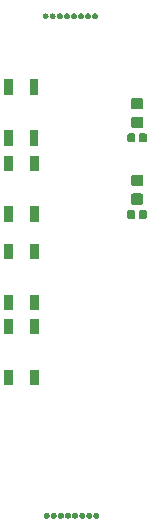
<source format=gbr>
G04 #@! TF.GenerationSoftware,KiCad,Pcbnew,(5.1.4)-1*
G04 #@! TF.CreationDate,2022-11-05T06:08:51+01:00*
G04 #@! TF.ProjectId,REG1-Front-Universal,52454731-2d46-4726-9f6e-742d556e6976,V00.01*
G04 #@! TF.SameCoordinates,Original*
G04 #@! TF.FileFunction,Soldermask,Top*
G04 #@! TF.FilePolarity,Negative*
%FSLAX46Y46*%
G04 Gerber Fmt 4.6, Leading zero omitted, Abs format (unit mm)*
G04 Created by KiCad (PCBNEW (5.1.4)-1) date 2022-11-05 06:08:51*
%MOMM*%
%LPD*%
G04 APERTURE LIST*
%ADD10C,0.100000*%
G04 APERTURE END LIST*
D10*
G36*
X106898967Y-151603823D02*
G01*
X106923214Y-151608646D01*
X106968893Y-151627567D01*
X107010003Y-151655036D01*
X107044964Y-151689997D01*
X107072433Y-151731107D01*
X107091354Y-151776786D01*
X107091354Y-151776787D01*
X107100962Y-151825087D01*
X107103807Y-151834466D01*
X107108428Y-151843111D01*
X107114082Y-151850000D01*
X107108427Y-151856891D01*
X107103807Y-151865535D01*
X107100962Y-151874913D01*
X107091354Y-151923214D01*
X107072433Y-151968893D01*
X107044964Y-152010003D01*
X107010003Y-152044964D01*
X106968893Y-152072433D01*
X106923214Y-152091354D01*
X106898967Y-152096177D01*
X106874722Y-152101000D01*
X106825278Y-152101000D01*
X106801033Y-152096177D01*
X106776786Y-152091354D01*
X106731107Y-152072433D01*
X106689997Y-152044964D01*
X106655036Y-152010003D01*
X106627567Y-151968893D01*
X106608646Y-151923214D01*
X106599038Y-151874913D01*
X106596193Y-151865534D01*
X106591572Y-151856889D01*
X106585918Y-151850000D01*
X106591573Y-151843109D01*
X106596193Y-151834465D01*
X106599038Y-151825087D01*
X106608646Y-151776787D01*
X106608646Y-151776786D01*
X106627567Y-151731107D01*
X106655036Y-151689997D01*
X106689997Y-151655036D01*
X106731107Y-151627567D01*
X106776786Y-151608646D01*
X106801033Y-151603823D01*
X106825278Y-151599000D01*
X106874722Y-151599000D01*
X106898967Y-151603823D01*
X106898967Y-151603823D01*
G37*
G36*
X107498967Y-151603823D02*
G01*
X107523214Y-151608646D01*
X107568893Y-151627567D01*
X107610003Y-151655036D01*
X107644964Y-151689997D01*
X107672433Y-151731107D01*
X107691354Y-151776786D01*
X107691354Y-151776787D01*
X107700962Y-151825087D01*
X107703807Y-151834466D01*
X107708428Y-151843111D01*
X107714082Y-151850000D01*
X107708427Y-151856891D01*
X107703807Y-151865535D01*
X107700962Y-151874913D01*
X107691354Y-151923214D01*
X107672433Y-151968893D01*
X107644964Y-152010003D01*
X107610003Y-152044964D01*
X107568893Y-152072433D01*
X107523214Y-152091354D01*
X107498967Y-152096177D01*
X107474722Y-152101000D01*
X107425278Y-152101000D01*
X107401033Y-152096177D01*
X107376786Y-152091354D01*
X107331107Y-152072433D01*
X107289997Y-152044964D01*
X107255036Y-152010003D01*
X107227567Y-151968893D01*
X107208646Y-151923214D01*
X107199038Y-151874913D01*
X107196193Y-151865534D01*
X107191572Y-151856889D01*
X107185918Y-151850000D01*
X107191573Y-151843109D01*
X107196193Y-151834465D01*
X107199038Y-151825087D01*
X107208646Y-151776787D01*
X107208646Y-151776786D01*
X107227567Y-151731107D01*
X107255036Y-151689997D01*
X107289997Y-151655036D01*
X107331107Y-151627567D01*
X107376786Y-151608646D01*
X107401033Y-151603823D01*
X107425278Y-151599000D01*
X107474722Y-151599000D01*
X107498967Y-151603823D01*
X107498967Y-151603823D01*
G37*
G36*
X105098967Y-151603823D02*
G01*
X105123214Y-151608646D01*
X105168893Y-151627567D01*
X105210003Y-151655036D01*
X105244964Y-151689997D01*
X105272433Y-151731107D01*
X105291354Y-151776786D01*
X105291354Y-151776787D01*
X105300962Y-151825087D01*
X105303807Y-151834466D01*
X105308428Y-151843111D01*
X105314082Y-151850000D01*
X105308427Y-151856891D01*
X105303807Y-151865535D01*
X105300962Y-151874913D01*
X105291354Y-151923214D01*
X105272433Y-151968893D01*
X105244964Y-152010003D01*
X105210003Y-152044964D01*
X105168893Y-152072433D01*
X105123214Y-152091354D01*
X105098967Y-152096177D01*
X105074722Y-152101000D01*
X105025278Y-152101000D01*
X105001033Y-152096177D01*
X104976786Y-152091354D01*
X104931107Y-152072433D01*
X104889997Y-152044964D01*
X104855036Y-152010003D01*
X104827567Y-151968893D01*
X104808646Y-151923214D01*
X104799038Y-151874913D01*
X104796193Y-151865534D01*
X104791572Y-151856889D01*
X104785918Y-151850000D01*
X104791573Y-151843109D01*
X104796193Y-151834465D01*
X104799038Y-151825087D01*
X104808646Y-151776787D01*
X104808646Y-151776786D01*
X104827567Y-151731107D01*
X104855036Y-151689997D01*
X104889997Y-151655036D01*
X104931107Y-151627567D01*
X104976786Y-151608646D01*
X105001033Y-151603823D01*
X105025278Y-151599000D01*
X105074722Y-151599000D01*
X105098967Y-151603823D01*
X105098967Y-151603823D01*
G37*
G36*
X105698967Y-151603823D02*
G01*
X105723214Y-151608646D01*
X105768893Y-151627567D01*
X105810003Y-151655036D01*
X105844964Y-151689997D01*
X105872433Y-151731107D01*
X105891354Y-151776786D01*
X105891354Y-151776787D01*
X105900962Y-151825087D01*
X105903807Y-151834466D01*
X105908428Y-151843111D01*
X105914082Y-151850000D01*
X105908427Y-151856891D01*
X105903807Y-151865535D01*
X105900962Y-151874913D01*
X105891354Y-151923214D01*
X105872433Y-151968893D01*
X105844964Y-152010003D01*
X105810003Y-152044964D01*
X105768893Y-152072433D01*
X105723214Y-152091354D01*
X105698967Y-152096177D01*
X105674722Y-152101000D01*
X105625278Y-152101000D01*
X105601033Y-152096177D01*
X105576786Y-152091354D01*
X105531107Y-152072433D01*
X105489997Y-152044964D01*
X105455036Y-152010003D01*
X105427567Y-151968893D01*
X105408646Y-151923214D01*
X105399038Y-151874913D01*
X105396193Y-151865534D01*
X105391572Y-151856889D01*
X105385918Y-151850000D01*
X105391573Y-151843109D01*
X105396193Y-151834465D01*
X105399038Y-151825087D01*
X105408646Y-151776787D01*
X105408646Y-151776786D01*
X105427567Y-151731107D01*
X105455036Y-151689997D01*
X105489997Y-151655036D01*
X105531107Y-151627567D01*
X105576786Y-151608646D01*
X105601033Y-151603823D01*
X105625278Y-151599000D01*
X105674722Y-151599000D01*
X105698967Y-151603823D01*
X105698967Y-151603823D01*
G37*
G36*
X104498967Y-151603823D02*
G01*
X104523214Y-151608646D01*
X104568893Y-151627567D01*
X104610003Y-151655036D01*
X104644964Y-151689997D01*
X104672433Y-151731107D01*
X104691354Y-151776786D01*
X104691354Y-151776787D01*
X104700962Y-151825087D01*
X104703807Y-151834466D01*
X104708428Y-151843111D01*
X104714082Y-151850000D01*
X104708427Y-151856891D01*
X104703807Y-151865535D01*
X104700962Y-151874913D01*
X104691354Y-151923214D01*
X104672433Y-151968893D01*
X104644964Y-152010003D01*
X104610003Y-152044964D01*
X104568893Y-152072433D01*
X104523214Y-152091354D01*
X104498967Y-152096177D01*
X104474722Y-152101000D01*
X104425278Y-152101000D01*
X104401033Y-152096177D01*
X104376786Y-152091354D01*
X104331107Y-152072433D01*
X104289997Y-152044964D01*
X104255036Y-152010003D01*
X104227567Y-151968893D01*
X104208646Y-151923214D01*
X104199038Y-151874913D01*
X104196193Y-151865534D01*
X104191572Y-151856889D01*
X104185918Y-151850000D01*
X104191573Y-151843109D01*
X104196193Y-151834465D01*
X104199038Y-151825087D01*
X104208646Y-151776787D01*
X104208646Y-151776786D01*
X104227567Y-151731107D01*
X104255036Y-151689997D01*
X104289997Y-151655036D01*
X104331107Y-151627567D01*
X104376786Y-151608646D01*
X104401033Y-151603823D01*
X104425278Y-151599000D01*
X104474722Y-151599000D01*
X104498967Y-151603823D01*
X104498967Y-151603823D01*
G37*
G36*
X103898967Y-151603823D02*
G01*
X103923214Y-151608646D01*
X103968893Y-151627567D01*
X104010003Y-151655036D01*
X104044964Y-151689997D01*
X104072433Y-151731107D01*
X104091354Y-151776786D01*
X104091354Y-151776787D01*
X104100962Y-151825087D01*
X104103807Y-151834466D01*
X104108428Y-151843111D01*
X104114082Y-151850000D01*
X104108427Y-151856891D01*
X104103807Y-151865535D01*
X104100962Y-151874913D01*
X104091354Y-151923214D01*
X104072433Y-151968893D01*
X104044964Y-152010003D01*
X104010003Y-152044964D01*
X103968893Y-152072433D01*
X103923214Y-152091354D01*
X103898967Y-152096177D01*
X103874722Y-152101000D01*
X103825278Y-152101000D01*
X103801033Y-152096177D01*
X103776786Y-152091354D01*
X103731107Y-152072433D01*
X103689997Y-152044964D01*
X103655036Y-152010003D01*
X103627567Y-151968893D01*
X103608646Y-151923214D01*
X103599000Y-151874721D01*
X103599000Y-151825279D01*
X103608646Y-151776786D01*
X103627567Y-151731107D01*
X103655036Y-151689997D01*
X103689997Y-151655036D01*
X103731107Y-151627567D01*
X103776786Y-151608646D01*
X103801033Y-151603823D01*
X103825278Y-151599000D01*
X103874722Y-151599000D01*
X103898967Y-151603823D01*
X103898967Y-151603823D01*
G37*
G36*
X106298967Y-151603823D02*
G01*
X106323214Y-151608646D01*
X106368893Y-151627567D01*
X106410003Y-151655036D01*
X106444964Y-151689997D01*
X106472433Y-151731107D01*
X106491354Y-151776786D01*
X106491354Y-151776787D01*
X106500962Y-151825087D01*
X106503807Y-151834466D01*
X106508428Y-151843111D01*
X106514082Y-151850000D01*
X106508427Y-151856891D01*
X106503807Y-151865535D01*
X106500962Y-151874913D01*
X106491354Y-151923214D01*
X106472433Y-151968893D01*
X106444964Y-152010003D01*
X106410003Y-152044964D01*
X106368893Y-152072433D01*
X106323214Y-152091354D01*
X106298967Y-152096177D01*
X106274722Y-152101000D01*
X106225278Y-152101000D01*
X106201033Y-152096177D01*
X106176786Y-152091354D01*
X106131107Y-152072433D01*
X106089997Y-152044964D01*
X106055036Y-152010003D01*
X106027567Y-151968893D01*
X106008646Y-151923214D01*
X105999038Y-151874913D01*
X105996193Y-151865534D01*
X105991572Y-151856889D01*
X105985918Y-151850000D01*
X105991573Y-151843109D01*
X105996193Y-151834465D01*
X105999038Y-151825087D01*
X106008646Y-151776787D01*
X106008646Y-151776786D01*
X106027567Y-151731107D01*
X106055036Y-151689997D01*
X106089997Y-151655036D01*
X106131107Y-151627567D01*
X106176786Y-151608646D01*
X106201033Y-151603823D01*
X106225278Y-151599000D01*
X106274722Y-151599000D01*
X106298967Y-151603823D01*
X106298967Y-151603823D01*
G37*
G36*
X108098967Y-151603823D02*
G01*
X108123214Y-151608646D01*
X108168893Y-151627567D01*
X108210003Y-151655036D01*
X108244964Y-151689997D01*
X108272433Y-151731107D01*
X108291354Y-151776786D01*
X108301000Y-151825279D01*
X108301000Y-151874721D01*
X108291354Y-151923214D01*
X108272433Y-151968893D01*
X108244964Y-152010003D01*
X108210003Y-152044964D01*
X108168893Y-152072433D01*
X108123214Y-152091354D01*
X108098967Y-152096177D01*
X108074722Y-152101000D01*
X108025278Y-152101000D01*
X108001033Y-152096177D01*
X107976786Y-152091354D01*
X107931107Y-152072433D01*
X107889997Y-152044964D01*
X107855036Y-152010003D01*
X107827567Y-151968893D01*
X107808646Y-151923214D01*
X107799038Y-151874913D01*
X107796193Y-151865534D01*
X107791572Y-151856889D01*
X107785918Y-151850000D01*
X107791573Y-151843109D01*
X107796193Y-151834465D01*
X107799038Y-151825087D01*
X107808646Y-151776787D01*
X107808646Y-151776786D01*
X107827567Y-151731107D01*
X107855036Y-151689997D01*
X107889997Y-151655036D01*
X107931107Y-151627567D01*
X107976786Y-151608646D01*
X108001033Y-151603823D01*
X108025278Y-151599000D01*
X108074722Y-151599000D01*
X108098967Y-151603823D01*
X108098967Y-151603823D01*
G37*
G36*
X101026000Y-140776000D02*
G01*
X100274000Y-140776000D01*
X100274000Y-139474000D01*
X101026000Y-139474000D01*
X101026000Y-140776000D01*
X101026000Y-140776000D01*
G37*
G36*
X103176000Y-140776000D02*
G01*
X102424000Y-140776000D01*
X102424000Y-139474000D01*
X103176000Y-139474000D01*
X103176000Y-140776000D01*
X103176000Y-140776000D01*
G37*
G36*
X103176000Y-136476000D02*
G01*
X102424000Y-136476000D01*
X102424000Y-135174000D01*
X103176000Y-135174000D01*
X103176000Y-136476000D01*
X103176000Y-136476000D01*
G37*
G36*
X101026000Y-136476000D02*
G01*
X100274000Y-136476000D01*
X100274000Y-135174000D01*
X101026000Y-135174000D01*
X101026000Y-136476000D01*
X101026000Y-136476000D01*
G37*
G36*
X101021000Y-134431000D02*
G01*
X100269000Y-134431000D01*
X100269000Y-133129000D01*
X101021000Y-133129000D01*
X101021000Y-134431000D01*
X101021000Y-134431000D01*
G37*
G36*
X103171000Y-134431000D02*
G01*
X102419000Y-134431000D01*
X102419000Y-133129000D01*
X103171000Y-133129000D01*
X103171000Y-134431000D01*
X103171000Y-134431000D01*
G37*
G36*
X103171000Y-130131000D02*
G01*
X102419000Y-130131000D01*
X102419000Y-128829000D01*
X103171000Y-128829000D01*
X103171000Y-130131000D01*
X103171000Y-130131000D01*
G37*
G36*
X101021000Y-130131000D02*
G01*
X100269000Y-130131000D01*
X100269000Y-128829000D01*
X101021000Y-128829000D01*
X101021000Y-130131000D01*
X101021000Y-130131000D01*
G37*
G36*
X103161000Y-126961000D02*
G01*
X102409000Y-126961000D01*
X102409000Y-125659000D01*
X103161000Y-125659000D01*
X103161000Y-126961000D01*
X103161000Y-126961000D01*
G37*
G36*
X101011000Y-126961000D02*
G01*
X100259000Y-126961000D01*
X100259000Y-125659000D01*
X101011000Y-125659000D01*
X101011000Y-126961000D01*
X101011000Y-126961000D01*
G37*
G36*
X112211824Y-125982080D02*
G01*
X112239545Y-125990490D01*
X112265089Y-126004144D01*
X112287480Y-126022520D01*
X112305856Y-126044911D01*
X112319510Y-126070455D01*
X112327920Y-126098176D01*
X112331000Y-126129453D01*
X112331000Y-126570547D01*
X112327920Y-126601824D01*
X112319510Y-126629545D01*
X112305856Y-126655089D01*
X112287480Y-126677480D01*
X112265089Y-126695856D01*
X112239545Y-126709510D01*
X112211824Y-126717920D01*
X112180547Y-126721000D01*
X111789453Y-126721000D01*
X111758176Y-126717920D01*
X111730455Y-126709510D01*
X111704911Y-126695856D01*
X111682520Y-126677480D01*
X111664144Y-126655089D01*
X111650490Y-126629545D01*
X111642080Y-126601824D01*
X111639000Y-126570547D01*
X111639000Y-126129453D01*
X111642080Y-126098176D01*
X111650490Y-126070455D01*
X111664144Y-126044911D01*
X111682520Y-126022520D01*
X111704911Y-126004144D01*
X111730455Y-125990490D01*
X111758176Y-125982080D01*
X111789453Y-125979000D01*
X112180547Y-125979000D01*
X112211824Y-125982080D01*
X112211824Y-125982080D01*
G37*
G36*
X111241824Y-125982080D02*
G01*
X111269545Y-125990490D01*
X111295089Y-126004144D01*
X111317480Y-126022520D01*
X111335856Y-126044911D01*
X111349510Y-126070455D01*
X111357920Y-126098176D01*
X111361000Y-126129453D01*
X111361000Y-126570547D01*
X111357920Y-126601824D01*
X111349510Y-126629545D01*
X111335856Y-126655089D01*
X111317480Y-126677480D01*
X111295089Y-126695856D01*
X111269545Y-126709510D01*
X111241824Y-126717920D01*
X111210547Y-126721000D01*
X110819453Y-126721000D01*
X110788176Y-126717920D01*
X110760455Y-126709510D01*
X110734911Y-126695856D01*
X110712520Y-126677480D01*
X110694144Y-126655089D01*
X110680490Y-126629545D01*
X110672080Y-126601824D01*
X110669000Y-126570547D01*
X110669000Y-126129453D01*
X110672080Y-126098176D01*
X110680490Y-126070455D01*
X110694144Y-126044911D01*
X110712520Y-126022520D01*
X110734911Y-126004144D01*
X110760455Y-125990490D01*
X110788176Y-125982080D01*
X110819453Y-125979000D01*
X111210547Y-125979000D01*
X111241824Y-125982080D01*
X111241824Y-125982080D01*
G37*
G36*
X111849477Y-124553450D02*
G01*
X111890559Y-124565912D01*
X111928424Y-124586152D01*
X111961612Y-124613388D01*
X111988848Y-124646576D01*
X112009088Y-124684441D01*
X112021550Y-124725523D01*
X112026000Y-124770704D01*
X112026000Y-125304296D01*
X112021550Y-125349477D01*
X112009088Y-125390559D01*
X111988848Y-125428424D01*
X111961612Y-125461612D01*
X111928424Y-125488848D01*
X111890559Y-125509088D01*
X111849477Y-125521550D01*
X111804296Y-125526000D01*
X111195704Y-125526000D01*
X111150523Y-125521550D01*
X111109441Y-125509088D01*
X111071576Y-125488848D01*
X111038388Y-125461612D01*
X111011152Y-125428424D01*
X110990912Y-125390559D01*
X110978450Y-125349477D01*
X110974000Y-125304296D01*
X110974000Y-124770704D01*
X110978450Y-124725523D01*
X110990912Y-124684441D01*
X111011152Y-124646576D01*
X111038388Y-124613388D01*
X111071576Y-124586152D01*
X111109441Y-124565912D01*
X111150523Y-124553450D01*
X111195704Y-124549000D01*
X111804296Y-124549000D01*
X111849477Y-124553450D01*
X111849477Y-124553450D01*
G37*
G36*
X111849477Y-122978450D02*
G01*
X111890559Y-122990912D01*
X111928424Y-123011152D01*
X111961612Y-123038388D01*
X111988848Y-123071576D01*
X112009088Y-123109441D01*
X112021550Y-123150523D01*
X112026000Y-123195704D01*
X112026000Y-123729296D01*
X112021550Y-123774477D01*
X112009088Y-123815559D01*
X111988848Y-123853424D01*
X111961612Y-123886612D01*
X111928424Y-123913848D01*
X111890559Y-123934088D01*
X111849477Y-123946550D01*
X111804296Y-123951000D01*
X111195704Y-123951000D01*
X111150523Y-123946550D01*
X111109441Y-123934088D01*
X111071576Y-123913848D01*
X111038388Y-123886612D01*
X111011152Y-123853424D01*
X110990912Y-123815559D01*
X110978450Y-123774477D01*
X110974000Y-123729296D01*
X110974000Y-123195704D01*
X110978450Y-123150523D01*
X110990912Y-123109441D01*
X111011152Y-123071576D01*
X111038388Y-123038388D01*
X111071576Y-123011152D01*
X111109441Y-122990912D01*
X111150523Y-122978450D01*
X111195704Y-122974000D01*
X111804296Y-122974000D01*
X111849477Y-122978450D01*
X111849477Y-122978450D01*
G37*
G36*
X103161000Y-122661000D02*
G01*
X102409000Y-122661000D01*
X102409000Y-121359000D01*
X103161000Y-121359000D01*
X103161000Y-122661000D01*
X103161000Y-122661000D01*
G37*
G36*
X101011000Y-122661000D02*
G01*
X100259000Y-122661000D01*
X100259000Y-121359000D01*
X101011000Y-121359000D01*
X101011000Y-122661000D01*
X101011000Y-122661000D01*
G37*
G36*
X101001000Y-120501000D02*
G01*
X100249000Y-120501000D01*
X100249000Y-119199000D01*
X101001000Y-119199000D01*
X101001000Y-120501000D01*
X101001000Y-120501000D01*
G37*
G36*
X103151000Y-120501000D02*
G01*
X102399000Y-120501000D01*
X102399000Y-119199000D01*
X103151000Y-119199000D01*
X103151000Y-120501000D01*
X103151000Y-120501000D01*
G37*
G36*
X112211824Y-119482080D02*
G01*
X112239545Y-119490490D01*
X112265089Y-119504144D01*
X112287480Y-119522520D01*
X112305856Y-119544911D01*
X112319510Y-119570455D01*
X112327920Y-119598176D01*
X112331000Y-119629453D01*
X112331000Y-120070547D01*
X112327920Y-120101824D01*
X112319510Y-120129545D01*
X112305856Y-120155089D01*
X112287480Y-120177480D01*
X112265089Y-120195856D01*
X112239545Y-120209510D01*
X112211824Y-120217920D01*
X112180547Y-120221000D01*
X111789453Y-120221000D01*
X111758176Y-120217920D01*
X111730455Y-120209510D01*
X111704911Y-120195856D01*
X111682520Y-120177480D01*
X111664144Y-120155089D01*
X111650490Y-120129545D01*
X111642080Y-120101824D01*
X111639000Y-120070547D01*
X111639000Y-119629453D01*
X111642080Y-119598176D01*
X111650490Y-119570455D01*
X111664144Y-119544911D01*
X111682520Y-119522520D01*
X111704911Y-119504144D01*
X111730455Y-119490490D01*
X111758176Y-119482080D01*
X111789453Y-119479000D01*
X112180547Y-119479000D01*
X112211824Y-119482080D01*
X112211824Y-119482080D01*
G37*
G36*
X111241824Y-119482080D02*
G01*
X111269545Y-119490490D01*
X111295089Y-119504144D01*
X111317480Y-119522520D01*
X111335856Y-119544911D01*
X111349510Y-119570455D01*
X111357920Y-119598176D01*
X111361000Y-119629453D01*
X111361000Y-120070547D01*
X111357920Y-120101824D01*
X111349510Y-120129545D01*
X111335856Y-120155089D01*
X111317480Y-120177480D01*
X111295089Y-120195856D01*
X111269545Y-120209510D01*
X111241824Y-120217920D01*
X111210547Y-120221000D01*
X110819453Y-120221000D01*
X110788176Y-120217920D01*
X110760455Y-120209510D01*
X110734911Y-120195856D01*
X110712520Y-120177480D01*
X110694144Y-120155089D01*
X110680490Y-120129545D01*
X110672080Y-120101824D01*
X110669000Y-120070547D01*
X110669000Y-119629453D01*
X110672080Y-119598176D01*
X110680490Y-119570455D01*
X110694144Y-119544911D01*
X110712520Y-119522520D01*
X110734911Y-119504144D01*
X110760455Y-119490490D01*
X110788176Y-119482080D01*
X110819453Y-119479000D01*
X111210547Y-119479000D01*
X111241824Y-119482080D01*
X111241824Y-119482080D01*
G37*
G36*
X111849477Y-118053450D02*
G01*
X111890559Y-118065912D01*
X111928424Y-118086152D01*
X111961612Y-118113388D01*
X111988848Y-118146576D01*
X112009088Y-118184441D01*
X112021550Y-118225523D01*
X112026000Y-118270704D01*
X112026000Y-118804296D01*
X112021550Y-118849477D01*
X112009088Y-118890559D01*
X111988848Y-118928424D01*
X111961612Y-118961612D01*
X111928424Y-118988848D01*
X111890559Y-119009088D01*
X111849477Y-119021550D01*
X111804296Y-119026000D01*
X111195704Y-119026000D01*
X111150523Y-119021550D01*
X111109441Y-119009088D01*
X111071576Y-118988848D01*
X111038388Y-118961612D01*
X111011152Y-118928424D01*
X110990912Y-118890559D01*
X110978450Y-118849477D01*
X110974000Y-118804296D01*
X110974000Y-118270704D01*
X110978450Y-118225523D01*
X110990912Y-118184441D01*
X111011152Y-118146576D01*
X111038388Y-118113388D01*
X111071576Y-118086152D01*
X111109441Y-118065912D01*
X111150523Y-118053450D01*
X111195704Y-118049000D01*
X111804296Y-118049000D01*
X111849477Y-118053450D01*
X111849477Y-118053450D01*
G37*
G36*
X111849477Y-116478450D02*
G01*
X111890559Y-116490912D01*
X111928424Y-116511152D01*
X111961612Y-116538388D01*
X111988848Y-116571576D01*
X112009088Y-116609441D01*
X112021550Y-116650523D01*
X112026000Y-116695704D01*
X112026000Y-117229296D01*
X112021550Y-117274477D01*
X112009088Y-117315559D01*
X111988848Y-117353424D01*
X111961612Y-117386612D01*
X111928424Y-117413848D01*
X111890559Y-117434088D01*
X111849477Y-117446550D01*
X111804296Y-117451000D01*
X111195704Y-117451000D01*
X111150523Y-117446550D01*
X111109441Y-117434088D01*
X111071576Y-117413848D01*
X111038388Y-117386612D01*
X111011152Y-117353424D01*
X110990912Y-117315559D01*
X110978450Y-117274477D01*
X110974000Y-117229296D01*
X110974000Y-116695704D01*
X110978450Y-116650523D01*
X110990912Y-116609441D01*
X111011152Y-116571576D01*
X111038388Y-116538388D01*
X111071576Y-116511152D01*
X111109441Y-116490912D01*
X111150523Y-116478450D01*
X111195704Y-116474000D01*
X111804296Y-116474000D01*
X111849477Y-116478450D01*
X111849477Y-116478450D01*
G37*
G36*
X103151000Y-116201000D02*
G01*
X102399000Y-116201000D01*
X102399000Y-114899000D01*
X103151000Y-114899000D01*
X103151000Y-116201000D01*
X103151000Y-116201000D01*
G37*
G36*
X101001000Y-116201000D02*
G01*
X100249000Y-116201000D01*
X100249000Y-114899000D01*
X101001000Y-114899000D01*
X101001000Y-116201000D01*
X101001000Y-116201000D01*
G37*
G36*
X106223214Y-109308646D02*
G01*
X106268893Y-109327567D01*
X106310003Y-109355036D01*
X106344964Y-109389997D01*
X106372433Y-109431107D01*
X106391354Y-109476786D01*
X106391354Y-109476787D01*
X106400962Y-109525087D01*
X106403807Y-109534466D01*
X106408428Y-109543111D01*
X106414082Y-109550000D01*
X106408427Y-109556891D01*
X106403807Y-109565535D01*
X106400962Y-109574913D01*
X106391354Y-109623214D01*
X106372433Y-109668893D01*
X106344964Y-109710003D01*
X106310003Y-109744964D01*
X106268893Y-109772433D01*
X106223214Y-109791354D01*
X106198967Y-109796177D01*
X106174722Y-109801000D01*
X106125278Y-109801000D01*
X106101033Y-109796177D01*
X106076786Y-109791354D01*
X106031107Y-109772433D01*
X105989997Y-109744964D01*
X105955036Y-109710003D01*
X105927567Y-109668893D01*
X105908646Y-109623214D01*
X105899038Y-109574913D01*
X105896193Y-109565534D01*
X105891572Y-109556889D01*
X105885918Y-109550000D01*
X105891573Y-109543109D01*
X105896193Y-109534465D01*
X105899038Y-109525087D01*
X105908646Y-109476787D01*
X105908646Y-109476786D01*
X105927567Y-109431107D01*
X105955036Y-109389997D01*
X105989997Y-109355036D01*
X106031107Y-109327567D01*
X106076786Y-109308646D01*
X106125278Y-109299000D01*
X106174722Y-109299000D01*
X106223214Y-109308646D01*
X106223214Y-109308646D01*
G37*
G36*
X108023214Y-109308646D02*
G01*
X108068893Y-109327567D01*
X108110003Y-109355036D01*
X108144964Y-109389997D01*
X108172433Y-109431107D01*
X108191354Y-109476786D01*
X108201000Y-109525279D01*
X108201000Y-109574721D01*
X108191354Y-109623214D01*
X108172433Y-109668893D01*
X108144964Y-109710003D01*
X108110003Y-109744964D01*
X108068893Y-109772433D01*
X108023214Y-109791354D01*
X107998967Y-109796177D01*
X107974722Y-109801000D01*
X107925278Y-109801000D01*
X107901033Y-109796177D01*
X107876786Y-109791354D01*
X107831107Y-109772433D01*
X107789997Y-109744964D01*
X107755036Y-109710003D01*
X107727567Y-109668893D01*
X107708646Y-109623214D01*
X107699038Y-109574913D01*
X107696193Y-109565534D01*
X107691572Y-109556889D01*
X107685918Y-109550000D01*
X107691573Y-109543109D01*
X107696193Y-109534465D01*
X107699038Y-109525087D01*
X107708646Y-109476787D01*
X107708646Y-109476786D01*
X107727567Y-109431107D01*
X107755036Y-109389997D01*
X107789997Y-109355036D01*
X107831107Y-109327567D01*
X107876786Y-109308646D01*
X107925278Y-109299000D01*
X107974722Y-109299000D01*
X108023214Y-109308646D01*
X108023214Y-109308646D01*
G37*
G36*
X107423214Y-109308646D02*
G01*
X107468893Y-109327567D01*
X107510003Y-109355036D01*
X107544964Y-109389997D01*
X107572433Y-109431107D01*
X107591354Y-109476786D01*
X107591354Y-109476787D01*
X107600962Y-109525087D01*
X107603807Y-109534466D01*
X107608428Y-109543111D01*
X107614082Y-109550000D01*
X107608427Y-109556891D01*
X107603807Y-109565535D01*
X107600962Y-109574913D01*
X107591354Y-109623214D01*
X107572433Y-109668893D01*
X107544964Y-109710003D01*
X107510003Y-109744964D01*
X107468893Y-109772433D01*
X107423214Y-109791354D01*
X107398967Y-109796177D01*
X107374722Y-109801000D01*
X107325278Y-109801000D01*
X107301033Y-109796177D01*
X107276786Y-109791354D01*
X107231107Y-109772433D01*
X107189997Y-109744964D01*
X107155036Y-109710003D01*
X107127567Y-109668893D01*
X107108646Y-109623214D01*
X107099038Y-109574913D01*
X107096193Y-109565534D01*
X107091572Y-109556889D01*
X107085918Y-109550000D01*
X107091573Y-109543109D01*
X107096193Y-109534465D01*
X107099038Y-109525087D01*
X107108646Y-109476787D01*
X107108646Y-109476786D01*
X107127567Y-109431107D01*
X107155036Y-109389997D01*
X107189997Y-109355036D01*
X107231107Y-109327567D01*
X107276786Y-109308646D01*
X107325278Y-109299000D01*
X107374722Y-109299000D01*
X107423214Y-109308646D01*
X107423214Y-109308646D01*
G37*
G36*
X106823214Y-109308646D02*
G01*
X106868893Y-109327567D01*
X106910003Y-109355036D01*
X106944964Y-109389997D01*
X106972433Y-109431107D01*
X106991354Y-109476786D01*
X106991354Y-109476787D01*
X107000962Y-109525087D01*
X107003807Y-109534466D01*
X107008428Y-109543111D01*
X107014082Y-109550000D01*
X107008427Y-109556891D01*
X107003807Y-109565535D01*
X107000962Y-109574913D01*
X106991354Y-109623214D01*
X106972433Y-109668893D01*
X106944964Y-109710003D01*
X106910003Y-109744964D01*
X106868893Y-109772433D01*
X106823214Y-109791354D01*
X106798967Y-109796177D01*
X106774722Y-109801000D01*
X106725278Y-109801000D01*
X106701033Y-109796177D01*
X106676786Y-109791354D01*
X106631107Y-109772433D01*
X106589997Y-109744964D01*
X106555036Y-109710003D01*
X106527567Y-109668893D01*
X106508646Y-109623214D01*
X106499038Y-109574913D01*
X106496193Y-109565534D01*
X106491572Y-109556889D01*
X106485918Y-109550000D01*
X106491573Y-109543109D01*
X106496193Y-109534465D01*
X106499038Y-109525087D01*
X106508646Y-109476787D01*
X106508646Y-109476786D01*
X106527567Y-109431107D01*
X106555036Y-109389997D01*
X106589997Y-109355036D01*
X106631107Y-109327567D01*
X106676786Y-109308646D01*
X106725278Y-109299000D01*
X106774722Y-109299000D01*
X106823214Y-109308646D01*
X106823214Y-109308646D01*
G37*
G36*
X105623214Y-109308646D02*
G01*
X105668893Y-109327567D01*
X105710003Y-109355036D01*
X105744964Y-109389997D01*
X105772433Y-109431107D01*
X105791354Y-109476786D01*
X105791354Y-109476787D01*
X105800962Y-109525087D01*
X105803807Y-109534466D01*
X105808428Y-109543111D01*
X105814082Y-109550000D01*
X105808427Y-109556891D01*
X105803807Y-109565535D01*
X105800962Y-109574913D01*
X105791354Y-109623214D01*
X105772433Y-109668893D01*
X105744964Y-109710003D01*
X105710003Y-109744964D01*
X105668893Y-109772433D01*
X105623214Y-109791354D01*
X105598967Y-109796177D01*
X105574722Y-109801000D01*
X105525278Y-109801000D01*
X105501033Y-109796177D01*
X105476786Y-109791354D01*
X105431107Y-109772433D01*
X105389997Y-109744964D01*
X105355036Y-109710003D01*
X105327567Y-109668893D01*
X105308646Y-109623214D01*
X105299038Y-109574913D01*
X105296193Y-109565534D01*
X105291572Y-109556889D01*
X105285918Y-109550000D01*
X105291573Y-109543109D01*
X105296193Y-109534465D01*
X105299038Y-109525087D01*
X105308646Y-109476787D01*
X105308646Y-109476786D01*
X105327567Y-109431107D01*
X105355036Y-109389997D01*
X105389997Y-109355036D01*
X105431107Y-109327567D01*
X105476786Y-109308646D01*
X105525278Y-109299000D01*
X105574722Y-109299000D01*
X105623214Y-109308646D01*
X105623214Y-109308646D01*
G37*
G36*
X105023214Y-109308646D02*
G01*
X105068893Y-109327567D01*
X105110003Y-109355036D01*
X105144964Y-109389997D01*
X105172433Y-109431107D01*
X105191354Y-109476786D01*
X105191354Y-109476787D01*
X105200962Y-109525087D01*
X105203807Y-109534466D01*
X105208428Y-109543111D01*
X105214082Y-109550000D01*
X105208427Y-109556891D01*
X105203807Y-109565535D01*
X105200962Y-109574913D01*
X105191354Y-109623214D01*
X105172433Y-109668893D01*
X105144964Y-109710003D01*
X105110003Y-109744964D01*
X105068893Y-109772433D01*
X105023214Y-109791354D01*
X104998967Y-109796177D01*
X104974722Y-109801000D01*
X104925278Y-109801000D01*
X104901033Y-109796177D01*
X104876786Y-109791354D01*
X104831107Y-109772433D01*
X104789997Y-109744964D01*
X104755036Y-109710003D01*
X104727567Y-109668893D01*
X104708646Y-109623214D01*
X104699038Y-109574913D01*
X104696193Y-109565534D01*
X104691572Y-109556889D01*
X104685918Y-109550000D01*
X104691573Y-109543109D01*
X104696193Y-109534465D01*
X104699038Y-109525087D01*
X104708646Y-109476787D01*
X104708646Y-109476786D01*
X104727567Y-109431107D01*
X104755036Y-109389997D01*
X104789997Y-109355036D01*
X104831107Y-109327567D01*
X104876786Y-109308646D01*
X104925278Y-109299000D01*
X104974722Y-109299000D01*
X105023214Y-109308646D01*
X105023214Y-109308646D01*
G37*
G36*
X104423214Y-109308646D02*
G01*
X104468893Y-109327567D01*
X104510003Y-109355036D01*
X104544964Y-109389997D01*
X104572433Y-109431107D01*
X104591354Y-109476786D01*
X104591354Y-109476787D01*
X104600962Y-109525087D01*
X104603807Y-109534466D01*
X104608428Y-109543111D01*
X104614082Y-109550000D01*
X104608427Y-109556891D01*
X104603807Y-109565535D01*
X104600962Y-109574913D01*
X104591354Y-109623214D01*
X104572433Y-109668893D01*
X104544964Y-109710003D01*
X104510003Y-109744964D01*
X104468893Y-109772433D01*
X104423214Y-109791354D01*
X104398967Y-109796177D01*
X104374722Y-109801000D01*
X104325278Y-109801000D01*
X104301033Y-109796177D01*
X104276786Y-109791354D01*
X104231107Y-109772433D01*
X104189997Y-109744964D01*
X104155036Y-109710003D01*
X104127567Y-109668893D01*
X104108646Y-109623214D01*
X104099038Y-109574913D01*
X104096193Y-109565534D01*
X104091572Y-109556889D01*
X104085918Y-109550000D01*
X104091573Y-109543109D01*
X104096193Y-109534465D01*
X104099038Y-109525087D01*
X104108646Y-109476787D01*
X104108646Y-109476786D01*
X104127567Y-109431107D01*
X104155036Y-109389997D01*
X104189997Y-109355036D01*
X104231107Y-109327567D01*
X104276786Y-109308646D01*
X104325278Y-109299000D01*
X104374722Y-109299000D01*
X104423214Y-109308646D01*
X104423214Y-109308646D01*
G37*
G36*
X103823214Y-109308646D02*
G01*
X103868893Y-109327567D01*
X103910003Y-109355036D01*
X103944964Y-109389997D01*
X103972433Y-109431107D01*
X103991354Y-109476786D01*
X103991354Y-109476787D01*
X104000962Y-109525087D01*
X104003807Y-109534466D01*
X104008428Y-109543111D01*
X104014082Y-109550000D01*
X104008427Y-109556891D01*
X104003807Y-109565535D01*
X104000962Y-109574913D01*
X103991354Y-109623214D01*
X103972433Y-109668893D01*
X103944964Y-109710003D01*
X103910003Y-109744964D01*
X103868893Y-109772433D01*
X103823214Y-109791354D01*
X103798967Y-109796177D01*
X103774722Y-109801000D01*
X103725278Y-109801000D01*
X103701033Y-109796177D01*
X103676786Y-109791354D01*
X103631107Y-109772433D01*
X103589997Y-109744964D01*
X103555036Y-109710003D01*
X103527567Y-109668893D01*
X103508646Y-109623214D01*
X103499000Y-109574721D01*
X103499000Y-109525279D01*
X103508646Y-109476786D01*
X103527567Y-109431107D01*
X103555036Y-109389997D01*
X103589997Y-109355036D01*
X103631107Y-109327567D01*
X103676786Y-109308646D01*
X103725278Y-109299000D01*
X103774722Y-109299000D01*
X103823214Y-109308646D01*
X103823214Y-109308646D01*
G37*
M02*

</source>
